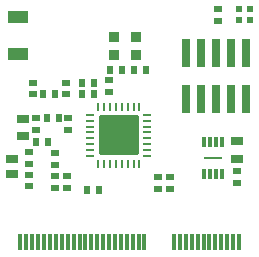
<source format=gtp>
G04*
G04 #@! TF.GenerationSoftware,Altium Limited,Altium Designer,22.8.2 (66)*
G04*
G04 Layer_Color=8421504*
%FSLAX25Y25*%
%MOIN*%
G70*
G04*
G04 #@! TF.SameCoordinates,744AB1CC-70DD-4D7F-AE9B-81A1BAE70893*
G04*
G04*
G04 #@! TF.FilePolarity,Positive*
G04*
G01*
G75*
%ADD10R,0.06299X0.00787*%
%ADD11R,0.02362X0.02756*%
%ADD12R,0.01378X0.05709*%
G04:AMPARAMS|DCode=13|XSize=35.43mil|YSize=31.5mil|CornerRadius=1.58mil|HoleSize=0mil|Usage=FLASHONLY|Rotation=180.000|XOffset=0mil|YOffset=0mil|HoleType=Round|Shape=RoundedRectangle|*
%AMROUNDEDRECTD13*
21,1,0.03543,0.02835,0,0,180.0*
21,1,0.03228,0.03150,0,0,180.0*
1,1,0.00315,-0.01614,0.01417*
1,1,0.00315,0.01614,0.01417*
1,1,0.00315,0.01614,-0.01417*
1,1,0.00315,-0.01614,-0.01417*
%
%ADD13ROUNDEDRECTD13*%
%ADD14R,0.05709X0.00197*%
%ADD15R,0.01181X0.03543*%
G04:AMPARAMS|DCode=16|XSize=9.84mil|YSize=27.56mil|CornerRadius=0.49mil|HoleSize=0mil|Usage=FLASHONLY|Rotation=90.000|XOffset=0mil|YOffset=0mil|HoleType=Round|Shape=RoundedRectangle|*
%AMROUNDEDRECTD16*
21,1,0.00984,0.02657,0,0,90.0*
21,1,0.00886,0.02756,0,0,90.0*
1,1,0.00098,0.01329,0.00443*
1,1,0.00098,0.01329,-0.00443*
1,1,0.00098,-0.01329,-0.00443*
1,1,0.00098,-0.01329,0.00443*
%
%ADD16ROUNDEDRECTD16*%
G04:AMPARAMS|DCode=17|XSize=9.84mil|YSize=27.56mil|CornerRadius=0.49mil|HoleSize=0mil|Usage=FLASHONLY|Rotation=180.000|XOffset=0mil|YOffset=0mil|HoleType=Round|Shape=RoundedRectangle|*
%AMROUNDEDRECTD17*
21,1,0.00984,0.02657,0,0,180.0*
21,1,0.00886,0.02756,0,0,180.0*
1,1,0.00098,-0.00443,0.01329*
1,1,0.00098,0.00443,0.01329*
1,1,0.00098,0.00443,-0.01329*
1,1,0.00098,-0.00443,-0.01329*
%
%ADD17ROUNDEDRECTD17*%
G04:AMPARAMS|DCode=18|XSize=135.83mil|YSize=135.83mil|CornerRadius=6.79mil|HoleSize=0mil|Usage=FLASHONLY|Rotation=180.000|XOffset=0mil|YOffset=0mil|HoleType=Round|Shape=RoundedRectangle|*
%AMROUNDEDRECTD18*
21,1,0.13583,0.12224,0,0,180.0*
21,1,0.12224,0.13583,0,0,180.0*
1,1,0.01358,-0.06112,0.06112*
1,1,0.01358,0.06112,0.06112*
1,1,0.01358,0.06112,-0.06112*
1,1,0.01358,-0.06112,-0.06112*
%
%ADD18ROUNDEDRECTD18*%
%ADD19R,0.04173X0.03150*%
%ADD20R,0.02165X0.02165*%
%ADD21R,0.02992X0.09449*%
%ADD22R,0.06890X0.03937*%
%ADD23R,0.03937X0.03150*%
%ADD24R,0.02756X0.02362*%
D10*
X66929Y33071D02*
D03*
D11*
X32677Y62598D02*
D03*
X36614D02*
D03*
X10236Y54331D02*
D03*
X14173D02*
D03*
X23228Y58268D02*
D03*
X27165D02*
D03*
X23228Y54331D02*
D03*
X27165D02*
D03*
X24803Y22441D02*
D03*
X28740D02*
D03*
X40551Y62598D02*
D03*
X44488D02*
D03*
X15354Y46457D02*
D03*
X11417D02*
D03*
X7874Y38583D02*
D03*
X11811D02*
D03*
D12*
X2672Y5018D02*
D03*
X4640D02*
D03*
X6609D02*
D03*
X8577D02*
D03*
X10546D02*
D03*
X12514D02*
D03*
X14483D02*
D03*
X16451D02*
D03*
X18420D02*
D03*
X20388D02*
D03*
X22357D02*
D03*
X24325D02*
D03*
X26294D02*
D03*
X28262D02*
D03*
X30231D02*
D03*
X32199D02*
D03*
X34168D02*
D03*
X36136D02*
D03*
X38105D02*
D03*
X40073D02*
D03*
X42042D02*
D03*
X44010D02*
D03*
X53853D02*
D03*
X55821D02*
D03*
X57790D02*
D03*
X59758D02*
D03*
X61727D02*
D03*
X63695D02*
D03*
X65664D02*
D03*
X67632D02*
D03*
X69601D02*
D03*
X71569D02*
D03*
X73538D02*
D03*
X75506D02*
D03*
D13*
X41043Y73327D02*
D03*
X33760D02*
D03*
X41043Y67618D02*
D03*
X33760D02*
D03*
D14*
X66929Y33071D02*
D03*
D15*
X69882Y27756D02*
D03*
X67913D02*
D03*
X65945D02*
D03*
X63976D02*
D03*
X69882Y38386D02*
D03*
X67913D02*
D03*
X65945D02*
D03*
X63976D02*
D03*
D16*
X25984Y47545D02*
D03*
Y45576D02*
D03*
Y43608D02*
D03*
Y41639D02*
D03*
Y39671D02*
D03*
Y37702D02*
D03*
Y35734D02*
D03*
Y33765D02*
D03*
X44882D02*
D03*
Y35734D02*
D03*
Y37702D02*
D03*
Y39671D02*
D03*
Y41639D02*
D03*
Y43608D02*
D03*
Y45576D02*
D03*
Y47545D02*
D03*
D17*
X28543Y31206D02*
D03*
X30512D02*
D03*
X32480D02*
D03*
X34449D02*
D03*
X36417D02*
D03*
X38386D02*
D03*
X40354D02*
D03*
X42323D02*
D03*
Y50104D02*
D03*
X40354D02*
D03*
X38386D02*
D03*
X36417D02*
D03*
X34449D02*
D03*
X32480D02*
D03*
X30512D02*
D03*
X28543D02*
D03*
D18*
X35433Y40655D02*
D03*
D19*
X0Y32913D02*
D03*
Y27717D02*
D03*
D20*
X79236Y78991D02*
D03*
X75496Y78991D02*
D03*
X79236Y82731D02*
D03*
X75496D02*
D03*
D21*
X77913Y68110D02*
D03*
Y52756D02*
D03*
X72913Y68110D02*
D03*
Y52756D02*
D03*
X67913Y68110D02*
D03*
Y52756D02*
D03*
X62913Y68110D02*
D03*
Y52756D02*
D03*
X57913Y68110D02*
D03*
Y52756D02*
D03*
D22*
X1969Y67803D02*
D03*
Y80228D02*
D03*
D23*
X74803Y32874D02*
D03*
Y38780D02*
D03*
X3543Y40354D02*
D03*
Y46260D02*
D03*
D24*
X14173Y34646D02*
D03*
Y30709D02*
D03*
X18110Y27165D02*
D03*
Y23228D02*
D03*
X18504Y42520D02*
D03*
Y46457D02*
D03*
X7874Y42520D02*
D03*
Y46457D02*
D03*
X52559Y22835D02*
D03*
Y26772D02*
D03*
X5354Y23622D02*
D03*
Y27559D02*
D03*
X74803Y24803D02*
D03*
Y28740D02*
D03*
X32283Y59055D02*
D03*
Y55118D02*
D03*
X68504Y78740D02*
D03*
Y82677D02*
D03*
X14173Y23228D02*
D03*
Y27165D02*
D03*
X48622Y26772D02*
D03*
Y22835D02*
D03*
X17717Y58268D02*
D03*
Y54331D02*
D03*
X6693Y58268D02*
D03*
Y54331D02*
D03*
X5354Y31102D02*
D03*
Y35039D02*
D03*
M02*

</source>
